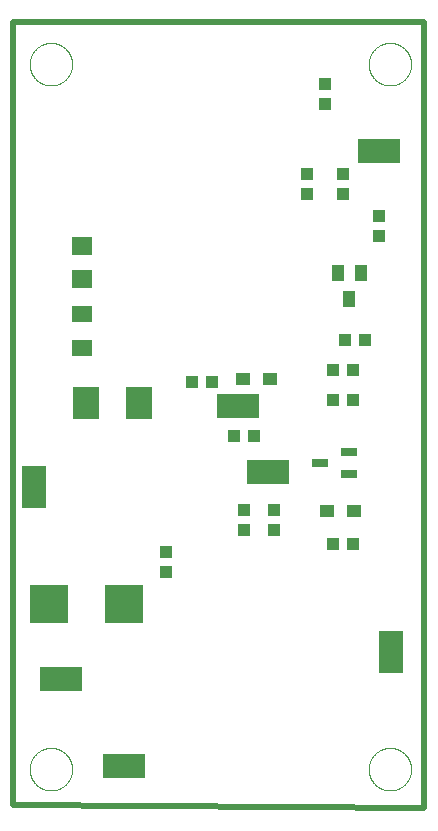
<source format=gtp>
G75*
%MOIN*%
%OFA0B0*%
%FSLAX25Y25*%
%IPPOS*%
%LPD*%
%AMOC8*
5,1,8,0,0,1.08239X$1,22.5*
%
%ADD10C,0.02000*%
%ADD11C,0.00000*%
%ADD12R,0.04331X0.03937*%
%ADD13R,0.04921X0.04331*%
%ADD14R,0.08500X0.10799*%
%ADD15R,0.05200X0.02953*%
%ADD16R,0.07087X0.06299*%
%ADD17R,0.07087X0.05276*%
%ADD18R,0.03937X0.04331*%
%ADD19R,0.03937X0.05512*%
%ADD20R,0.14173X0.07874*%
%ADD21R,0.12598X0.12598*%
%ADD22R,0.07874X0.14173*%
D10*
X0002456Y0003000D02*
X0139456Y0002000D01*
X0139456Y0264000D01*
X0002456Y0264000D01*
X0002456Y0003000D01*
D11*
X0007869Y0015000D02*
X0007871Y0015174D01*
X0007878Y0015348D01*
X0007888Y0015521D01*
X0007903Y0015695D01*
X0007922Y0015868D01*
X0007946Y0016040D01*
X0007973Y0016212D01*
X0008005Y0016383D01*
X0008041Y0016553D01*
X0008081Y0016722D01*
X0008126Y0016890D01*
X0008174Y0017057D01*
X0008227Y0017223D01*
X0008283Y0017388D01*
X0008344Y0017551D01*
X0008408Y0017712D01*
X0008477Y0017872D01*
X0008549Y0018030D01*
X0008626Y0018186D01*
X0008706Y0018341D01*
X0008790Y0018493D01*
X0008877Y0018643D01*
X0008969Y0018792D01*
X0009063Y0018937D01*
X0009162Y0019081D01*
X0009264Y0019222D01*
X0009369Y0019360D01*
X0009478Y0019496D01*
X0009590Y0019629D01*
X0009705Y0019759D01*
X0009823Y0019887D01*
X0009945Y0020011D01*
X0010069Y0020133D01*
X0010197Y0020251D01*
X0010327Y0020366D01*
X0010460Y0020478D01*
X0010596Y0020587D01*
X0010734Y0020692D01*
X0010875Y0020794D01*
X0011019Y0020893D01*
X0011164Y0020987D01*
X0011313Y0021079D01*
X0011463Y0021166D01*
X0011615Y0021250D01*
X0011770Y0021330D01*
X0011926Y0021407D01*
X0012084Y0021479D01*
X0012244Y0021548D01*
X0012405Y0021612D01*
X0012568Y0021673D01*
X0012733Y0021729D01*
X0012899Y0021782D01*
X0013066Y0021830D01*
X0013234Y0021875D01*
X0013403Y0021915D01*
X0013573Y0021951D01*
X0013744Y0021983D01*
X0013916Y0022010D01*
X0014088Y0022034D01*
X0014261Y0022053D01*
X0014435Y0022068D01*
X0014608Y0022078D01*
X0014782Y0022085D01*
X0014956Y0022087D01*
X0015130Y0022085D01*
X0015304Y0022078D01*
X0015477Y0022068D01*
X0015651Y0022053D01*
X0015824Y0022034D01*
X0015996Y0022010D01*
X0016168Y0021983D01*
X0016339Y0021951D01*
X0016509Y0021915D01*
X0016678Y0021875D01*
X0016846Y0021830D01*
X0017013Y0021782D01*
X0017179Y0021729D01*
X0017344Y0021673D01*
X0017507Y0021612D01*
X0017668Y0021548D01*
X0017828Y0021479D01*
X0017986Y0021407D01*
X0018142Y0021330D01*
X0018297Y0021250D01*
X0018449Y0021166D01*
X0018599Y0021079D01*
X0018748Y0020987D01*
X0018893Y0020893D01*
X0019037Y0020794D01*
X0019178Y0020692D01*
X0019316Y0020587D01*
X0019452Y0020478D01*
X0019585Y0020366D01*
X0019715Y0020251D01*
X0019843Y0020133D01*
X0019967Y0020011D01*
X0020089Y0019887D01*
X0020207Y0019759D01*
X0020322Y0019629D01*
X0020434Y0019496D01*
X0020543Y0019360D01*
X0020648Y0019222D01*
X0020750Y0019081D01*
X0020849Y0018937D01*
X0020943Y0018792D01*
X0021035Y0018643D01*
X0021122Y0018493D01*
X0021206Y0018341D01*
X0021286Y0018186D01*
X0021363Y0018030D01*
X0021435Y0017872D01*
X0021504Y0017712D01*
X0021568Y0017551D01*
X0021629Y0017388D01*
X0021685Y0017223D01*
X0021738Y0017057D01*
X0021786Y0016890D01*
X0021831Y0016722D01*
X0021871Y0016553D01*
X0021907Y0016383D01*
X0021939Y0016212D01*
X0021966Y0016040D01*
X0021990Y0015868D01*
X0022009Y0015695D01*
X0022024Y0015521D01*
X0022034Y0015348D01*
X0022041Y0015174D01*
X0022043Y0015000D01*
X0022041Y0014826D01*
X0022034Y0014652D01*
X0022024Y0014479D01*
X0022009Y0014305D01*
X0021990Y0014132D01*
X0021966Y0013960D01*
X0021939Y0013788D01*
X0021907Y0013617D01*
X0021871Y0013447D01*
X0021831Y0013278D01*
X0021786Y0013110D01*
X0021738Y0012943D01*
X0021685Y0012777D01*
X0021629Y0012612D01*
X0021568Y0012449D01*
X0021504Y0012288D01*
X0021435Y0012128D01*
X0021363Y0011970D01*
X0021286Y0011814D01*
X0021206Y0011659D01*
X0021122Y0011507D01*
X0021035Y0011357D01*
X0020943Y0011208D01*
X0020849Y0011063D01*
X0020750Y0010919D01*
X0020648Y0010778D01*
X0020543Y0010640D01*
X0020434Y0010504D01*
X0020322Y0010371D01*
X0020207Y0010241D01*
X0020089Y0010113D01*
X0019967Y0009989D01*
X0019843Y0009867D01*
X0019715Y0009749D01*
X0019585Y0009634D01*
X0019452Y0009522D01*
X0019316Y0009413D01*
X0019178Y0009308D01*
X0019037Y0009206D01*
X0018893Y0009107D01*
X0018748Y0009013D01*
X0018599Y0008921D01*
X0018449Y0008834D01*
X0018297Y0008750D01*
X0018142Y0008670D01*
X0017986Y0008593D01*
X0017828Y0008521D01*
X0017668Y0008452D01*
X0017507Y0008388D01*
X0017344Y0008327D01*
X0017179Y0008271D01*
X0017013Y0008218D01*
X0016846Y0008170D01*
X0016678Y0008125D01*
X0016509Y0008085D01*
X0016339Y0008049D01*
X0016168Y0008017D01*
X0015996Y0007990D01*
X0015824Y0007966D01*
X0015651Y0007947D01*
X0015477Y0007932D01*
X0015304Y0007922D01*
X0015130Y0007915D01*
X0014956Y0007913D01*
X0014782Y0007915D01*
X0014608Y0007922D01*
X0014435Y0007932D01*
X0014261Y0007947D01*
X0014088Y0007966D01*
X0013916Y0007990D01*
X0013744Y0008017D01*
X0013573Y0008049D01*
X0013403Y0008085D01*
X0013234Y0008125D01*
X0013066Y0008170D01*
X0012899Y0008218D01*
X0012733Y0008271D01*
X0012568Y0008327D01*
X0012405Y0008388D01*
X0012244Y0008452D01*
X0012084Y0008521D01*
X0011926Y0008593D01*
X0011770Y0008670D01*
X0011615Y0008750D01*
X0011463Y0008834D01*
X0011313Y0008921D01*
X0011164Y0009013D01*
X0011019Y0009107D01*
X0010875Y0009206D01*
X0010734Y0009308D01*
X0010596Y0009413D01*
X0010460Y0009522D01*
X0010327Y0009634D01*
X0010197Y0009749D01*
X0010069Y0009867D01*
X0009945Y0009989D01*
X0009823Y0010113D01*
X0009705Y0010241D01*
X0009590Y0010371D01*
X0009478Y0010504D01*
X0009369Y0010640D01*
X0009264Y0010778D01*
X0009162Y0010919D01*
X0009063Y0011063D01*
X0008969Y0011208D01*
X0008877Y0011357D01*
X0008790Y0011507D01*
X0008706Y0011659D01*
X0008626Y0011814D01*
X0008549Y0011970D01*
X0008477Y0012128D01*
X0008408Y0012288D01*
X0008344Y0012449D01*
X0008283Y0012612D01*
X0008227Y0012777D01*
X0008174Y0012943D01*
X0008126Y0013110D01*
X0008081Y0013278D01*
X0008041Y0013447D01*
X0008005Y0013617D01*
X0007973Y0013788D01*
X0007946Y0013960D01*
X0007922Y0014132D01*
X0007903Y0014305D01*
X0007888Y0014479D01*
X0007878Y0014652D01*
X0007871Y0014826D01*
X0007869Y0015000D01*
X0120869Y0015000D02*
X0120871Y0015174D01*
X0120878Y0015348D01*
X0120888Y0015521D01*
X0120903Y0015695D01*
X0120922Y0015868D01*
X0120946Y0016040D01*
X0120973Y0016212D01*
X0121005Y0016383D01*
X0121041Y0016553D01*
X0121081Y0016722D01*
X0121126Y0016890D01*
X0121174Y0017057D01*
X0121227Y0017223D01*
X0121283Y0017388D01*
X0121344Y0017551D01*
X0121408Y0017712D01*
X0121477Y0017872D01*
X0121549Y0018030D01*
X0121626Y0018186D01*
X0121706Y0018341D01*
X0121790Y0018493D01*
X0121877Y0018643D01*
X0121969Y0018792D01*
X0122063Y0018937D01*
X0122162Y0019081D01*
X0122264Y0019222D01*
X0122369Y0019360D01*
X0122478Y0019496D01*
X0122590Y0019629D01*
X0122705Y0019759D01*
X0122823Y0019887D01*
X0122945Y0020011D01*
X0123069Y0020133D01*
X0123197Y0020251D01*
X0123327Y0020366D01*
X0123460Y0020478D01*
X0123596Y0020587D01*
X0123734Y0020692D01*
X0123875Y0020794D01*
X0124019Y0020893D01*
X0124164Y0020987D01*
X0124313Y0021079D01*
X0124463Y0021166D01*
X0124615Y0021250D01*
X0124770Y0021330D01*
X0124926Y0021407D01*
X0125084Y0021479D01*
X0125244Y0021548D01*
X0125405Y0021612D01*
X0125568Y0021673D01*
X0125733Y0021729D01*
X0125899Y0021782D01*
X0126066Y0021830D01*
X0126234Y0021875D01*
X0126403Y0021915D01*
X0126573Y0021951D01*
X0126744Y0021983D01*
X0126916Y0022010D01*
X0127088Y0022034D01*
X0127261Y0022053D01*
X0127435Y0022068D01*
X0127608Y0022078D01*
X0127782Y0022085D01*
X0127956Y0022087D01*
X0128130Y0022085D01*
X0128304Y0022078D01*
X0128477Y0022068D01*
X0128651Y0022053D01*
X0128824Y0022034D01*
X0128996Y0022010D01*
X0129168Y0021983D01*
X0129339Y0021951D01*
X0129509Y0021915D01*
X0129678Y0021875D01*
X0129846Y0021830D01*
X0130013Y0021782D01*
X0130179Y0021729D01*
X0130344Y0021673D01*
X0130507Y0021612D01*
X0130668Y0021548D01*
X0130828Y0021479D01*
X0130986Y0021407D01*
X0131142Y0021330D01*
X0131297Y0021250D01*
X0131449Y0021166D01*
X0131599Y0021079D01*
X0131748Y0020987D01*
X0131893Y0020893D01*
X0132037Y0020794D01*
X0132178Y0020692D01*
X0132316Y0020587D01*
X0132452Y0020478D01*
X0132585Y0020366D01*
X0132715Y0020251D01*
X0132843Y0020133D01*
X0132967Y0020011D01*
X0133089Y0019887D01*
X0133207Y0019759D01*
X0133322Y0019629D01*
X0133434Y0019496D01*
X0133543Y0019360D01*
X0133648Y0019222D01*
X0133750Y0019081D01*
X0133849Y0018937D01*
X0133943Y0018792D01*
X0134035Y0018643D01*
X0134122Y0018493D01*
X0134206Y0018341D01*
X0134286Y0018186D01*
X0134363Y0018030D01*
X0134435Y0017872D01*
X0134504Y0017712D01*
X0134568Y0017551D01*
X0134629Y0017388D01*
X0134685Y0017223D01*
X0134738Y0017057D01*
X0134786Y0016890D01*
X0134831Y0016722D01*
X0134871Y0016553D01*
X0134907Y0016383D01*
X0134939Y0016212D01*
X0134966Y0016040D01*
X0134990Y0015868D01*
X0135009Y0015695D01*
X0135024Y0015521D01*
X0135034Y0015348D01*
X0135041Y0015174D01*
X0135043Y0015000D01*
X0135041Y0014826D01*
X0135034Y0014652D01*
X0135024Y0014479D01*
X0135009Y0014305D01*
X0134990Y0014132D01*
X0134966Y0013960D01*
X0134939Y0013788D01*
X0134907Y0013617D01*
X0134871Y0013447D01*
X0134831Y0013278D01*
X0134786Y0013110D01*
X0134738Y0012943D01*
X0134685Y0012777D01*
X0134629Y0012612D01*
X0134568Y0012449D01*
X0134504Y0012288D01*
X0134435Y0012128D01*
X0134363Y0011970D01*
X0134286Y0011814D01*
X0134206Y0011659D01*
X0134122Y0011507D01*
X0134035Y0011357D01*
X0133943Y0011208D01*
X0133849Y0011063D01*
X0133750Y0010919D01*
X0133648Y0010778D01*
X0133543Y0010640D01*
X0133434Y0010504D01*
X0133322Y0010371D01*
X0133207Y0010241D01*
X0133089Y0010113D01*
X0132967Y0009989D01*
X0132843Y0009867D01*
X0132715Y0009749D01*
X0132585Y0009634D01*
X0132452Y0009522D01*
X0132316Y0009413D01*
X0132178Y0009308D01*
X0132037Y0009206D01*
X0131893Y0009107D01*
X0131748Y0009013D01*
X0131599Y0008921D01*
X0131449Y0008834D01*
X0131297Y0008750D01*
X0131142Y0008670D01*
X0130986Y0008593D01*
X0130828Y0008521D01*
X0130668Y0008452D01*
X0130507Y0008388D01*
X0130344Y0008327D01*
X0130179Y0008271D01*
X0130013Y0008218D01*
X0129846Y0008170D01*
X0129678Y0008125D01*
X0129509Y0008085D01*
X0129339Y0008049D01*
X0129168Y0008017D01*
X0128996Y0007990D01*
X0128824Y0007966D01*
X0128651Y0007947D01*
X0128477Y0007932D01*
X0128304Y0007922D01*
X0128130Y0007915D01*
X0127956Y0007913D01*
X0127782Y0007915D01*
X0127608Y0007922D01*
X0127435Y0007932D01*
X0127261Y0007947D01*
X0127088Y0007966D01*
X0126916Y0007990D01*
X0126744Y0008017D01*
X0126573Y0008049D01*
X0126403Y0008085D01*
X0126234Y0008125D01*
X0126066Y0008170D01*
X0125899Y0008218D01*
X0125733Y0008271D01*
X0125568Y0008327D01*
X0125405Y0008388D01*
X0125244Y0008452D01*
X0125084Y0008521D01*
X0124926Y0008593D01*
X0124770Y0008670D01*
X0124615Y0008750D01*
X0124463Y0008834D01*
X0124313Y0008921D01*
X0124164Y0009013D01*
X0124019Y0009107D01*
X0123875Y0009206D01*
X0123734Y0009308D01*
X0123596Y0009413D01*
X0123460Y0009522D01*
X0123327Y0009634D01*
X0123197Y0009749D01*
X0123069Y0009867D01*
X0122945Y0009989D01*
X0122823Y0010113D01*
X0122705Y0010241D01*
X0122590Y0010371D01*
X0122478Y0010504D01*
X0122369Y0010640D01*
X0122264Y0010778D01*
X0122162Y0010919D01*
X0122063Y0011063D01*
X0121969Y0011208D01*
X0121877Y0011357D01*
X0121790Y0011507D01*
X0121706Y0011659D01*
X0121626Y0011814D01*
X0121549Y0011970D01*
X0121477Y0012128D01*
X0121408Y0012288D01*
X0121344Y0012449D01*
X0121283Y0012612D01*
X0121227Y0012777D01*
X0121174Y0012943D01*
X0121126Y0013110D01*
X0121081Y0013278D01*
X0121041Y0013447D01*
X0121005Y0013617D01*
X0120973Y0013788D01*
X0120946Y0013960D01*
X0120922Y0014132D01*
X0120903Y0014305D01*
X0120888Y0014479D01*
X0120878Y0014652D01*
X0120871Y0014826D01*
X0120869Y0015000D01*
X0120869Y0250000D02*
X0120871Y0250174D01*
X0120878Y0250348D01*
X0120888Y0250521D01*
X0120903Y0250695D01*
X0120922Y0250868D01*
X0120946Y0251040D01*
X0120973Y0251212D01*
X0121005Y0251383D01*
X0121041Y0251553D01*
X0121081Y0251722D01*
X0121126Y0251890D01*
X0121174Y0252057D01*
X0121227Y0252223D01*
X0121283Y0252388D01*
X0121344Y0252551D01*
X0121408Y0252712D01*
X0121477Y0252872D01*
X0121549Y0253030D01*
X0121626Y0253186D01*
X0121706Y0253341D01*
X0121790Y0253493D01*
X0121877Y0253643D01*
X0121969Y0253792D01*
X0122063Y0253937D01*
X0122162Y0254081D01*
X0122264Y0254222D01*
X0122369Y0254360D01*
X0122478Y0254496D01*
X0122590Y0254629D01*
X0122705Y0254759D01*
X0122823Y0254887D01*
X0122945Y0255011D01*
X0123069Y0255133D01*
X0123197Y0255251D01*
X0123327Y0255366D01*
X0123460Y0255478D01*
X0123596Y0255587D01*
X0123734Y0255692D01*
X0123875Y0255794D01*
X0124019Y0255893D01*
X0124164Y0255987D01*
X0124313Y0256079D01*
X0124463Y0256166D01*
X0124615Y0256250D01*
X0124770Y0256330D01*
X0124926Y0256407D01*
X0125084Y0256479D01*
X0125244Y0256548D01*
X0125405Y0256612D01*
X0125568Y0256673D01*
X0125733Y0256729D01*
X0125899Y0256782D01*
X0126066Y0256830D01*
X0126234Y0256875D01*
X0126403Y0256915D01*
X0126573Y0256951D01*
X0126744Y0256983D01*
X0126916Y0257010D01*
X0127088Y0257034D01*
X0127261Y0257053D01*
X0127435Y0257068D01*
X0127608Y0257078D01*
X0127782Y0257085D01*
X0127956Y0257087D01*
X0128130Y0257085D01*
X0128304Y0257078D01*
X0128477Y0257068D01*
X0128651Y0257053D01*
X0128824Y0257034D01*
X0128996Y0257010D01*
X0129168Y0256983D01*
X0129339Y0256951D01*
X0129509Y0256915D01*
X0129678Y0256875D01*
X0129846Y0256830D01*
X0130013Y0256782D01*
X0130179Y0256729D01*
X0130344Y0256673D01*
X0130507Y0256612D01*
X0130668Y0256548D01*
X0130828Y0256479D01*
X0130986Y0256407D01*
X0131142Y0256330D01*
X0131297Y0256250D01*
X0131449Y0256166D01*
X0131599Y0256079D01*
X0131748Y0255987D01*
X0131893Y0255893D01*
X0132037Y0255794D01*
X0132178Y0255692D01*
X0132316Y0255587D01*
X0132452Y0255478D01*
X0132585Y0255366D01*
X0132715Y0255251D01*
X0132843Y0255133D01*
X0132967Y0255011D01*
X0133089Y0254887D01*
X0133207Y0254759D01*
X0133322Y0254629D01*
X0133434Y0254496D01*
X0133543Y0254360D01*
X0133648Y0254222D01*
X0133750Y0254081D01*
X0133849Y0253937D01*
X0133943Y0253792D01*
X0134035Y0253643D01*
X0134122Y0253493D01*
X0134206Y0253341D01*
X0134286Y0253186D01*
X0134363Y0253030D01*
X0134435Y0252872D01*
X0134504Y0252712D01*
X0134568Y0252551D01*
X0134629Y0252388D01*
X0134685Y0252223D01*
X0134738Y0252057D01*
X0134786Y0251890D01*
X0134831Y0251722D01*
X0134871Y0251553D01*
X0134907Y0251383D01*
X0134939Y0251212D01*
X0134966Y0251040D01*
X0134990Y0250868D01*
X0135009Y0250695D01*
X0135024Y0250521D01*
X0135034Y0250348D01*
X0135041Y0250174D01*
X0135043Y0250000D01*
X0135041Y0249826D01*
X0135034Y0249652D01*
X0135024Y0249479D01*
X0135009Y0249305D01*
X0134990Y0249132D01*
X0134966Y0248960D01*
X0134939Y0248788D01*
X0134907Y0248617D01*
X0134871Y0248447D01*
X0134831Y0248278D01*
X0134786Y0248110D01*
X0134738Y0247943D01*
X0134685Y0247777D01*
X0134629Y0247612D01*
X0134568Y0247449D01*
X0134504Y0247288D01*
X0134435Y0247128D01*
X0134363Y0246970D01*
X0134286Y0246814D01*
X0134206Y0246659D01*
X0134122Y0246507D01*
X0134035Y0246357D01*
X0133943Y0246208D01*
X0133849Y0246063D01*
X0133750Y0245919D01*
X0133648Y0245778D01*
X0133543Y0245640D01*
X0133434Y0245504D01*
X0133322Y0245371D01*
X0133207Y0245241D01*
X0133089Y0245113D01*
X0132967Y0244989D01*
X0132843Y0244867D01*
X0132715Y0244749D01*
X0132585Y0244634D01*
X0132452Y0244522D01*
X0132316Y0244413D01*
X0132178Y0244308D01*
X0132037Y0244206D01*
X0131893Y0244107D01*
X0131748Y0244013D01*
X0131599Y0243921D01*
X0131449Y0243834D01*
X0131297Y0243750D01*
X0131142Y0243670D01*
X0130986Y0243593D01*
X0130828Y0243521D01*
X0130668Y0243452D01*
X0130507Y0243388D01*
X0130344Y0243327D01*
X0130179Y0243271D01*
X0130013Y0243218D01*
X0129846Y0243170D01*
X0129678Y0243125D01*
X0129509Y0243085D01*
X0129339Y0243049D01*
X0129168Y0243017D01*
X0128996Y0242990D01*
X0128824Y0242966D01*
X0128651Y0242947D01*
X0128477Y0242932D01*
X0128304Y0242922D01*
X0128130Y0242915D01*
X0127956Y0242913D01*
X0127782Y0242915D01*
X0127608Y0242922D01*
X0127435Y0242932D01*
X0127261Y0242947D01*
X0127088Y0242966D01*
X0126916Y0242990D01*
X0126744Y0243017D01*
X0126573Y0243049D01*
X0126403Y0243085D01*
X0126234Y0243125D01*
X0126066Y0243170D01*
X0125899Y0243218D01*
X0125733Y0243271D01*
X0125568Y0243327D01*
X0125405Y0243388D01*
X0125244Y0243452D01*
X0125084Y0243521D01*
X0124926Y0243593D01*
X0124770Y0243670D01*
X0124615Y0243750D01*
X0124463Y0243834D01*
X0124313Y0243921D01*
X0124164Y0244013D01*
X0124019Y0244107D01*
X0123875Y0244206D01*
X0123734Y0244308D01*
X0123596Y0244413D01*
X0123460Y0244522D01*
X0123327Y0244634D01*
X0123197Y0244749D01*
X0123069Y0244867D01*
X0122945Y0244989D01*
X0122823Y0245113D01*
X0122705Y0245241D01*
X0122590Y0245371D01*
X0122478Y0245504D01*
X0122369Y0245640D01*
X0122264Y0245778D01*
X0122162Y0245919D01*
X0122063Y0246063D01*
X0121969Y0246208D01*
X0121877Y0246357D01*
X0121790Y0246507D01*
X0121706Y0246659D01*
X0121626Y0246814D01*
X0121549Y0246970D01*
X0121477Y0247128D01*
X0121408Y0247288D01*
X0121344Y0247449D01*
X0121283Y0247612D01*
X0121227Y0247777D01*
X0121174Y0247943D01*
X0121126Y0248110D01*
X0121081Y0248278D01*
X0121041Y0248447D01*
X0121005Y0248617D01*
X0120973Y0248788D01*
X0120946Y0248960D01*
X0120922Y0249132D01*
X0120903Y0249305D01*
X0120888Y0249479D01*
X0120878Y0249652D01*
X0120871Y0249826D01*
X0120869Y0250000D01*
X0007869Y0250000D02*
X0007871Y0250174D01*
X0007878Y0250348D01*
X0007888Y0250521D01*
X0007903Y0250695D01*
X0007922Y0250868D01*
X0007946Y0251040D01*
X0007973Y0251212D01*
X0008005Y0251383D01*
X0008041Y0251553D01*
X0008081Y0251722D01*
X0008126Y0251890D01*
X0008174Y0252057D01*
X0008227Y0252223D01*
X0008283Y0252388D01*
X0008344Y0252551D01*
X0008408Y0252712D01*
X0008477Y0252872D01*
X0008549Y0253030D01*
X0008626Y0253186D01*
X0008706Y0253341D01*
X0008790Y0253493D01*
X0008877Y0253643D01*
X0008969Y0253792D01*
X0009063Y0253937D01*
X0009162Y0254081D01*
X0009264Y0254222D01*
X0009369Y0254360D01*
X0009478Y0254496D01*
X0009590Y0254629D01*
X0009705Y0254759D01*
X0009823Y0254887D01*
X0009945Y0255011D01*
X0010069Y0255133D01*
X0010197Y0255251D01*
X0010327Y0255366D01*
X0010460Y0255478D01*
X0010596Y0255587D01*
X0010734Y0255692D01*
X0010875Y0255794D01*
X0011019Y0255893D01*
X0011164Y0255987D01*
X0011313Y0256079D01*
X0011463Y0256166D01*
X0011615Y0256250D01*
X0011770Y0256330D01*
X0011926Y0256407D01*
X0012084Y0256479D01*
X0012244Y0256548D01*
X0012405Y0256612D01*
X0012568Y0256673D01*
X0012733Y0256729D01*
X0012899Y0256782D01*
X0013066Y0256830D01*
X0013234Y0256875D01*
X0013403Y0256915D01*
X0013573Y0256951D01*
X0013744Y0256983D01*
X0013916Y0257010D01*
X0014088Y0257034D01*
X0014261Y0257053D01*
X0014435Y0257068D01*
X0014608Y0257078D01*
X0014782Y0257085D01*
X0014956Y0257087D01*
X0015130Y0257085D01*
X0015304Y0257078D01*
X0015477Y0257068D01*
X0015651Y0257053D01*
X0015824Y0257034D01*
X0015996Y0257010D01*
X0016168Y0256983D01*
X0016339Y0256951D01*
X0016509Y0256915D01*
X0016678Y0256875D01*
X0016846Y0256830D01*
X0017013Y0256782D01*
X0017179Y0256729D01*
X0017344Y0256673D01*
X0017507Y0256612D01*
X0017668Y0256548D01*
X0017828Y0256479D01*
X0017986Y0256407D01*
X0018142Y0256330D01*
X0018297Y0256250D01*
X0018449Y0256166D01*
X0018599Y0256079D01*
X0018748Y0255987D01*
X0018893Y0255893D01*
X0019037Y0255794D01*
X0019178Y0255692D01*
X0019316Y0255587D01*
X0019452Y0255478D01*
X0019585Y0255366D01*
X0019715Y0255251D01*
X0019843Y0255133D01*
X0019967Y0255011D01*
X0020089Y0254887D01*
X0020207Y0254759D01*
X0020322Y0254629D01*
X0020434Y0254496D01*
X0020543Y0254360D01*
X0020648Y0254222D01*
X0020750Y0254081D01*
X0020849Y0253937D01*
X0020943Y0253792D01*
X0021035Y0253643D01*
X0021122Y0253493D01*
X0021206Y0253341D01*
X0021286Y0253186D01*
X0021363Y0253030D01*
X0021435Y0252872D01*
X0021504Y0252712D01*
X0021568Y0252551D01*
X0021629Y0252388D01*
X0021685Y0252223D01*
X0021738Y0252057D01*
X0021786Y0251890D01*
X0021831Y0251722D01*
X0021871Y0251553D01*
X0021907Y0251383D01*
X0021939Y0251212D01*
X0021966Y0251040D01*
X0021990Y0250868D01*
X0022009Y0250695D01*
X0022024Y0250521D01*
X0022034Y0250348D01*
X0022041Y0250174D01*
X0022043Y0250000D01*
X0022041Y0249826D01*
X0022034Y0249652D01*
X0022024Y0249479D01*
X0022009Y0249305D01*
X0021990Y0249132D01*
X0021966Y0248960D01*
X0021939Y0248788D01*
X0021907Y0248617D01*
X0021871Y0248447D01*
X0021831Y0248278D01*
X0021786Y0248110D01*
X0021738Y0247943D01*
X0021685Y0247777D01*
X0021629Y0247612D01*
X0021568Y0247449D01*
X0021504Y0247288D01*
X0021435Y0247128D01*
X0021363Y0246970D01*
X0021286Y0246814D01*
X0021206Y0246659D01*
X0021122Y0246507D01*
X0021035Y0246357D01*
X0020943Y0246208D01*
X0020849Y0246063D01*
X0020750Y0245919D01*
X0020648Y0245778D01*
X0020543Y0245640D01*
X0020434Y0245504D01*
X0020322Y0245371D01*
X0020207Y0245241D01*
X0020089Y0245113D01*
X0019967Y0244989D01*
X0019843Y0244867D01*
X0019715Y0244749D01*
X0019585Y0244634D01*
X0019452Y0244522D01*
X0019316Y0244413D01*
X0019178Y0244308D01*
X0019037Y0244206D01*
X0018893Y0244107D01*
X0018748Y0244013D01*
X0018599Y0243921D01*
X0018449Y0243834D01*
X0018297Y0243750D01*
X0018142Y0243670D01*
X0017986Y0243593D01*
X0017828Y0243521D01*
X0017668Y0243452D01*
X0017507Y0243388D01*
X0017344Y0243327D01*
X0017179Y0243271D01*
X0017013Y0243218D01*
X0016846Y0243170D01*
X0016678Y0243125D01*
X0016509Y0243085D01*
X0016339Y0243049D01*
X0016168Y0243017D01*
X0015996Y0242990D01*
X0015824Y0242966D01*
X0015651Y0242947D01*
X0015477Y0242932D01*
X0015304Y0242922D01*
X0015130Y0242915D01*
X0014956Y0242913D01*
X0014782Y0242915D01*
X0014608Y0242922D01*
X0014435Y0242932D01*
X0014261Y0242947D01*
X0014088Y0242966D01*
X0013916Y0242990D01*
X0013744Y0243017D01*
X0013573Y0243049D01*
X0013403Y0243085D01*
X0013234Y0243125D01*
X0013066Y0243170D01*
X0012899Y0243218D01*
X0012733Y0243271D01*
X0012568Y0243327D01*
X0012405Y0243388D01*
X0012244Y0243452D01*
X0012084Y0243521D01*
X0011926Y0243593D01*
X0011770Y0243670D01*
X0011615Y0243750D01*
X0011463Y0243834D01*
X0011313Y0243921D01*
X0011164Y0244013D01*
X0011019Y0244107D01*
X0010875Y0244206D01*
X0010734Y0244308D01*
X0010596Y0244413D01*
X0010460Y0244522D01*
X0010327Y0244634D01*
X0010197Y0244749D01*
X0010069Y0244867D01*
X0009945Y0244989D01*
X0009823Y0245113D01*
X0009705Y0245241D01*
X0009590Y0245371D01*
X0009478Y0245504D01*
X0009369Y0245640D01*
X0009264Y0245778D01*
X0009162Y0245919D01*
X0009063Y0246063D01*
X0008969Y0246208D01*
X0008877Y0246357D01*
X0008790Y0246507D01*
X0008706Y0246659D01*
X0008626Y0246814D01*
X0008549Y0246970D01*
X0008477Y0247128D01*
X0008408Y0247288D01*
X0008344Y0247449D01*
X0008283Y0247612D01*
X0008227Y0247777D01*
X0008174Y0247943D01*
X0008126Y0248110D01*
X0008081Y0248278D01*
X0008041Y0248447D01*
X0008005Y0248617D01*
X0007973Y0248788D01*
X0007946Y0248960D01*
X0007922Y0249132D01*
X0007903Y0249305D01*
X0007888Y0249479D01*
X0007878Y0249652D01*
X0007871Y0249826D01*
X0007869Y0250000D01*
D12*
X0062110Y0144000D03*
X0068802Y0144000D03*
X0076110Y0126000D03*
X0082802Y0126000D03*
X0109110Y0138000D03*
X0115802Y0138000D03*
X0115802Y0148000D03*
X0109110Y0148000D03*
X0113110Y0158000D03*
X0119802Y0158000D03*
X0115802Y0090000D03*
X0109110Y0090000D03*
D13*
X0106830Y0101000D03*
X0116082Y0101000D03*
X0088082Y0145000D03*
X0078830Y0145000D03*
D14*
X0044161Y0137000D03*
X0026751Y0137000D03*
D15*
X0104756Y0117000D03*
X0114156Y0113300D03*
X0114156Y0120700D03*
D16*
X0025456Y0178488D03*
X0025456Y0189512D03*
D17*
X0025456Y0166630D03*
X0025456Y0155370D03*
D18*
X0053456Y0087346D03*
X0053456Y0080654D03*
X0079456Y0094654D03*
X0079456Y0101346D03*
X0089456Y0101346D03*
X0089456Y0094654D03*
X0124456Y0192654D03*
X0124456Y0199346D03*
X0112456Y0206654D03*
X0112456Y0213346D03*
X0100456Y0213346D03*
X0100456Y0206654D03*
X0106456Y0236654D03*
X0106456Y0243346D03*
D19*
X0110716Y0180331D03*
X0114456Y0171669D03*
X0118196Y0180331D03*
D20*
X0124456Y0221000D03*
X0077456Y0136000D03*
X0087456Y0114000D03*
X0039456Y0016000D03*
X0018456Y0045000D03*
D21*
X0014259Y0070000D03*
X0039456Y0070000D03*
D22*
X0009456Y0109000D03*
X0128456Y0054000D03*
M02*

</source>
